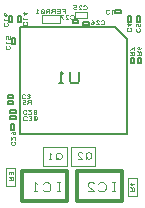
<source format=gbr>
G04 EasyPC Gerber Version 21.0.3 Build 4286 *
G04 #@! TF.Part,Single*
G04 #@! TF.FileFunction,Other,NM-CAM9V022I2C - Bottom Documentation *
G04 #@! TF.FilePolarity,Positive *
%FSLAX35Y35*%
%MOIN*%
%ADD80C,0.00197*%
%ADD81C,0.00200*%
%ADD75C,0.00300*%
%ADD71C,0.00400*%
%ADD76C,0.00500*%
%ADD70C,0.01200*%
X0Y0D02*
D02*
D70*
X29584Y950D02*
X14584D01*
Y10950*
X29584*
Y950*
X47984D02*
X32984D01*
Y10950*
X47984*
Y950*
D02*
D71*
X12284Y6125D02*
X9414D01*
Y12068*
X12284*
Y6125*
X27334Y4200D02*
X26334D01*
X26834D02*
Y7200D01*
X27334D02*
X26334D01*
X21584Y4700D02*
X21834Y4450D01*
X22334Y4200*
X23084*
X23584Y4450*
X23834Y4700*
X24084Y5200*
Y6200*
X23834Y6700*
X23584Y6950*
X23084Y7200*
X22334*
X21834Y6950*
X21584Y6700*
X19584Y4200D02*
X18584D01*
X19084D02*
Y7200D01*
X19584Y6700*
X27309Y63150D02*
Y60280D01*
X21367*
Y63150*
X27309*
X36256Y64059D02*
Y62106D01*
X32220*
Y64059*
X36256*
X45734Y4200D02*
X44734D01*
X45234D02*
Y7200D01*
X45734D02*
X44734D01*
X39984Y4700D02*
X40234Y4450D01*
X40734Y4200*
X41484*
X41984Y4450*
X42234Y4700*
X42484Y5200*
Y6200*
X42234Y6700*
X41984Y6950*
X41484Y7200*
X40734*
X40234Y6950*
X39984Y6700*
X36484Y4200D02*
X38484D01*
X36734Y5950*
X36484Y6450*
X36734Y6950*
X37234Y7200*
X37984*
X38484Y6950*
X52784Y2625D02*
X49914D01*
Y8568*
X52784*
Y2625*
D02*
D75*
X27784Y15663D02*
Y16413D01*
X27597Y16787*
X27409Y16975*
X27034Y17163*
X26659*
X26284Y16975*
X26097Y16787*
X25909Y16413*
Y15663*
X26097Y15287*
X26284Y15100*
X26659Y14913*
X27034*
X27409Y15100*
X27597Y15287*
X27784Y15663*
X26472Y15475D02*
X25909Y14913D01*
X24409D02*
X23659D01*
X24034D02*
Y17163D01*
X24409Y16787*
X37684Y15763D02*
Y16513D01*
X37497Y16887*
X37309Y17075*
X36934Y17263*
X36559*
X36184Y17075*
X35997Y16887*
X35809Y16513*
Y15763*
X35997Y15387*
X36184Y15200*
X36559Y15013*
X36934*
X37309Y15200*
X37497Y15387*
X37684Y15763*
X36372Y15575D02*
X35809Y15013D01*
X33184D02*
X34684D01*
X33372Y16325*
X33184Y16700*
X33372Y17075*
X33747Y17263*
X34309*
X34684Y17075*
D02*
D76*
X9884Y34362D02*
Y33362D01*
X11684*
Y34362*
X9884*
X11296Y62550D02*
X10296D01*
Y60750*
X11296*
Y62550*
X11684Y35438D02*
Y36438D01*
X9884*
Y35438*
X11684*
X12084Y26650D02*
X11084D01*
Y24650*
X12084*
Y26650*
X12184Y55250D02*
X11184D01*
Y53250*
X12184*
Y55250*
X12473Y28338D02*
Y29338D01*
X10673*
Y28338*
X12473*
Y30438D02*
Y31438D01*
X10673*
Y30438*
X12473*
X14296Y62550D02*
X13296D01*
Y60750*
X14296*
Y62550*
X31484Y61262D02*
Y60262D01*
X33284*
Y61262*
X31484*
X33736Y43952D02*
Y41140D01*
X33424Y40515*
X32799Y40202*
X31549*
X30924Y40515*
X30611Y41140*
Y43952*
X28111Y40202D02*
X26861D01*
X27486D02*
Y43952D01*
X28111Y43328*
X35084Y60862D02*
Y59862D01*
X36884*
Y60862*
X35084*
X47484Y63650D02*
Y64650D01*
X45484*
Y63650*
X47484*
X49484Y55013D02*
Y23517D01*
X14051*
Y58950*
X45547*
X49484Y55013*
X50796Y62650D02*
X49796D01*
Y60850*
X50796*
Y62650*
X51796Y48850D02*
X50796D01*
Y47050*
X51796*
Y48850*
X53796Y62650D02*
X52796D01*
Y60850*
X53796*
Y62650*
X54196Y48850D02*
X53196D01*
Y47050*
X54196*
Y48850*
D02*
D80*
X29480Y18901D02*
X21488D01*
Y12799*
X29480*
Y18901*
X39080D02*
X31088D01*
Y12799*
X39080*
Y18901*
D02*
D81*
X8747Y60375D02*
X8634Y60263D01*
X8522Y60037*
Y59700*
X8634Y59475*
X8747Y59363*
X8972Y59250*
X9422*
X9647Y59363*
X9759Y59475*
X9872Y59700*
Y60037*
X9759Y60263*
X9647Y60375*
X8522Y61275D02*
Y61725D01*
Y61500D02*
X9872D01*
X9647Y61275*
X8859Y62850D02*
X9084Y62963D01*
X9197Y63187*
Y63413*
X9084Y63637*
X8859Y63750*
X8634Y63637*
X8522Y63413*
Y63187*
X8634Y62963*
X8859Y62850*
X9197*
X9534Y62963*
X9759Y63187*
X9872Y63413*
X9347Y52675D02*
X9234Y52563D01*
X9122Y52337*
Y52000*
X9234Y51775*
X9347Y51663*
X9572Y51550*
X10022*
X10247Y51663*
X10359Y51775*
X10472Y52000*
Y52337*
X10359Y52563*
X10247Y52675*
X9122Y53575D02*
Y54025D01*
Y53800D02*
X10472D01*
X10247Y53575*
X9234Y55150D02*
X9122Y55375D01*
Y55713*
X9234Y55937*
X9459Y56050*
X9572*
X9797Y55937*
X9909Y55713*
Y55150*
X10472*
Y56050*
X10222Y8050D02*
X11572D01*
Y8837*
X11459Y9063*
X11234Y9175*
X11009Y9063*
X10897Y8837*
Y8050*
Y8837D02*
X10222Y9175D01*
X10334Y9963D02*
X10222Y10187D01*
Y10413*
X10334Y10637*
X10559Y10750*
X10784Y10637*
X10897Y10413*
Y10187*
Y10413D02*
X11009Y10637D01*
X11234Y10750*
X11459Y10637*
X11572Y10413*
Y10187*
X11459Y9963*
X11147Y20775D02*
X11034Y20663D01*
X10922Y20437*
Y20100*
X11034Y19875*
X11147Y19763*
X11372Y19650*
X11822*
X12047Y19763*
X12159Y19875*
X12272Y20100*
Y20437*
X12159Y20663*
X12047Y20775*
X10922Y22350D02*
Y21450D01*
X11709Y22237*
X11934Y22350*
X12159Y22237*
X12272Y22013*
Y21675*
X12159Y21450*
X10922Y23587D02*
X11034Y23813D01*
X11259Y24037*
X11597Y24150*
X11934*
X12159Y24037*
X12272Y23813*
Y23587*
X12159Y23363*
X11934Y23250*
X11709Y23363*
X11597Y23587*
Y23813*
X11709Y24037*
X11934Y24150*
X15147Y60675D02*
X15034Y60563D01*
X14922Y60337*
Y60000*
X15034Y59775*
X15147Y59663*
X15372Y59550*
X15822*
X16047Y59663*
X16159Y59775*
X16272Y60000*
Y60337*
X16159Y60563*
X16047Y60675*
X14922Y61575D02*
Y62025D01*
Y61800D02*
X16272D01*
X16047Y61575*
X14922Y63713D02*
X16272D01*
X15372Y63150*
Y64050*
X17484Y33287D02*
Y34637D01*
X16697*
X16472Y34525*
X16359Y34300*
X16472Y34075*
X16697Y33963*
X17484*
X16697D02*
X16359Y33287D01*
X15684Y33400D02*
X15459Y33287D01*
X15122*
X14897Y33400*
X14784Y33625*
Y33737*
X14897Y33963*
X15122Y34075*
X15684*
Y34637*
X14784*
X15609Y36387D02*
X15497Y36500D01*
X15272Y36613*
X14934*
X14709Y36500*
X14597Y36387*
X14484Y36163*
Y35713*
X14597Y35487*
X14709Y35375*
X14934Y35263*
X15272*
X15497Y35375*
X15609Y35487*
X16397Y36500D02*
X16622Y36613D01*
X16847*
X17072Y36500*
X17184Y36275*
X17072Y36050*
X16847Y35937*
X16622*
X16847D02*
X17072Y35825D01*
X17184Y35600*
X17072Y35375*
X16847Y35263*
X16622*
X16397Y35375*
X16009Y31187D02*
X15897Y31300D01*
X15672Y31413*
X15334*
X15109Y31300*
X14997Y31187*
X14884Y30963*
Y30513*
X14997Y30287*
X15109Y30175*
X15334Y30063*
X15672*
X15897Y30175*
X16009Y30287*
X17584Y31413D02*
X16684D01*
X17472Y30625*
X17584Y30400*
X17472Y30175*
X17247Y30063*
X16909*
X16684Y30175*
X18822Y30737D02*
X19047D01*
X19272Y30625*
X19384Y30400*
X19272Y30175*
X19047Y30063*
X18822*
X18597Y30175*
X18484Y30400*
X18597Y30625*
X18822Y30737*
X18597Y30850*
X18484Y31075*
X18597Y31300*
X18822Y31413*
X19047*
X19272Y31300*
X19384Y31075*
X19272Y30850*
X19047Y30737*
X16109Y29087D02*
X15997Y29200D01*
X15772Y29313*
X15434*
X15209Y29200*
X15097Y29087*
X14984Y28863*
Y28413*
X15097Y28187*
X15209Y28075*
X15434Y27963*
X15772*
X15997Y28075*
X16109Y28187*
X16897Y29200D02*
X17122Y29313D01*
X17347*
X17572Y29200*
X17684Y28975*
X17572Y28750*
X17347Y28637*
X17122*
X17347D02*
X17572Y28525D01*
X17684Y28300*
X17572Y28075*
X17347Y27963*
X17122*
X16897Y28075*
X18697Y29200D02*
X18922Y29313D01*
X19147*
X19372Y29200*
X19484Y28975*
Y28300*
X19372Y28075*
X19147Y27963*
X18922*
X18697Y28075*
X18584Y28300*
Y28975*
X18697Y29200*
X19372Y28075*
X29084Y63587D02*
Y64937D01*
X27959*
X28184Y64263D02*
X29084D01*
X27284Y63587D02*
Y64937D01*
X26159*
X26384Y64263D02*
X27284D01*
Y63587D02*
X26159D01*
X25484D02*
Y64937D01*
X24697*
X24472Y64825*
X24359Y64600*
X24472Y64375*
X24697Y64263*
X25484*
X24697D02*
X24359Y63587D01*
X23684D02*
Y64937D01*
X22897*
X22672Y64825*
X22559Y64600*
X22672Y64375*
X22897Y64263*
X23684*
X22897D02*
X22559Y63587D01*
X21772Y63700D02*
X21547Y63587D01*
X21322*
X21097Y63700*
X20984Y63925*
Y64600*
X21097Y64825*
X21322Y64937*
X21547*
X21772Y64825*
X21884Y64600*
Y63925*
X21772Y63700*
X21097Y64825*
X19859Y63587D02*
X19409D01*
X19634D02*
Y64937D01*
X19859Y64713*
X30759Y61913D02*
X30872Y61800D01*
X31097Y61687*
X31434*
X31659Y61800*
X31772Y61913*
X31884Y62137*
Y62587*
X31772Y62813*
X31659Y62925*
X31434Y63037*
X31097*
X30872Y62925*
X30759Y62813*
X29184Y61687D02*
X30084D01*
X29297Y62475*
X29184Y62700*
X29297Y62925*
X29522Y63037*
X29859*
X30084Y62925*
X28284Y61687D02*
X27384Y63037D01*
X28284*
X35059Y65113D02*
X35172Y65000D01*
X35397Y64887*
X35734*
X35959Y65000*
X36072Y65113*
X36184Y65337*
Y65787*
X36072Y66013*
X35959Y66125*
X35734Y66237*
X35397*
X35172Y66125*
X35059Y66013*
X33484Y64887D02*
X34384D01*
X33597Y65675*
X33484Y65900*
X33597Y66125*
X33822Y66237*
X34159*
X34384Y66125*
X32584Y65000D02*
X32359Y64887D01*
X32022*
X31797Y65000*
X31684Y65225*
Y65337*
X31797Y65563*
X32022Y65675*
X32584*
Y66237*
X31684*
X40959Y60113D02*
X41072Y60000D01*
X41297Y59887*
X41634*
X41859Y60000*
X41972Y60113*
X42084Y60337*
Y60787*
X41972Y61013*
X41859Y61125*
X41634Y61237*
X41297*
X41072Y61125*
X40959Y61013*
X39384Y59887D02*
X40284D01*
X39497Y60675*
X39384Y60900*
X39497Y61125*
X39722Y61237*
X40059*
X40284Y61125*
X38484Y60225D02*
X38372Y60450D01*
X38147Y60563*
X37922*
X37697Y60450*
X37584Y60225*
X37697Y60000*
X37922Y59887*
X38147*
X38372Y60000*
X38484Y60225*
Y60563*
X38372Y60900*
X38147Y61125*
X37922Y61237*
X43609Y64587D02*
X43497Y64700D01*
X43272Y64813*
X42934*
X42709Y64700*
X42597Y64587*
X42484Y64363*
Y63913*
X42597Y63687*
X42709Y63575*
X42934Y63463*
X43272*
X43497Y63575*
X43609Y63687*
X44509Y64813D02*
X44959D01*
X44734D02*
Y63463D01*
X44509Y63687*
X49847Y58675D02*
X49734Y58563D01*
X49622Y58337*
Y58000*
X49734Y57775*
X49847Y57663*
X50072Y57550*
X50522*
X50747Y57663*
X50859Y57775*
X50972Y58000*
Y58337*
X50859Y58563*
X50747Y58675*
X49622Y59913D02*
X50972D01*
X50072Y59350*
Y60250*
X50622Y4450D02*
X51972D01*
Y5237*
X51859Y5463*
X51634Y5575*
X51409Y5463*
X51297Y5237*
Y4450*
Y5237D02*
X50622Y5575D01*
Y6813D02*
X51972D01*
X51072Y6250*
Y7150*
X50622Y49650D02*
X51972D01*
Y50437*
X51859Y50663*
X51634Y50775*
X51409Y50663*
X51297Y50437*
Y49650*
Y50437D02*
X50622Y50775D01*
Y51450D02*
X51972Y52350D01*
Y51450*
X52847Y58575D02*
X52734Y58463D01*
X52622Y58237*
Y57900*
X52734Y57675*
X52847Y57563*
X53072Y57450*
X53522*
X53747Y57563*
X53859Y57675*
X53972Y57900*
Y58237*
X53859Y58463*
X53747Y58575*
X52734Y59250D02*
X52622Y59475D01*
Y59813*
X52734Y60037*
X52959Y60150*
X53072*
X53297Y60037*
X53409Y59813*
Y59250*
X53972*
Y60150*
X53022Y49750D02*
X54372D01*
Y50537*
X54259Y50763*
X54034Y50875*
X53809Y50763*
X53697Y50537*
Y49750*
Y50537D02*
X53022Y50875D01*
X53359Y51550D02*
X53584Y51663D01*
X53697Y51887*
Y52113*
X53584Y52337*
X53359Y52450*
X53134Y52337*
X53022Y52113*
Y51887*
X53134Y51663*
X53359Y51550*
X53697*
X54034Y51663*
X54259Y51887*
X54372Y52113*
X0Y0D02*
M02*

</source>
